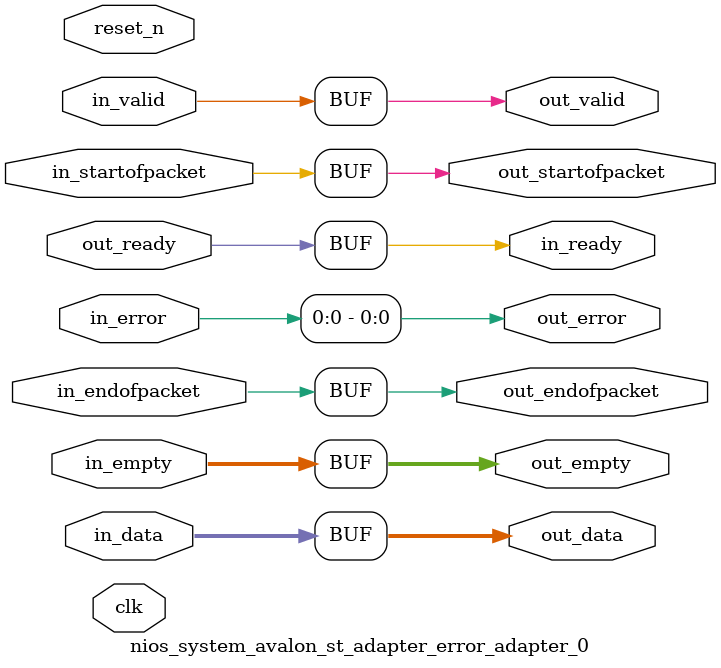
<source format=v>

`timescale 1ns / 100ps
module nios_system_avalon_st_adapter_error_adapter_0 (
    
      // Interface: clk
      input              clk,
      // Interface: reset
      input              reset_n,
      // Interface: in
      output reg         in_ready,
      input              in_valid,
      input      [31: 0] in_data,
      input      [ 5: 0] in_error,
      input              in_startofpacket,
      input              in_endofpacket,
      input      [ 1: 0] in_empty,
      // Interface: out
      input              out_ready,
      output reg         out_valid,
      output reg [31: 0] out_data,
      output reg [ 0: 0] out_error,
      output reg         out_startofpacket,
      output reg         out_endofpacket,
      output reg [ 1: 0] out_empty
);



   // ---------------------------------------------------------------------
   //| Pass-through Mapping
   // ---------------------------------------------------------------------
   always @* begin
      in_ready = out_ready;
      out_valid = in_valid;
      out_data = in_data;
      out_startofpacket = in_startofpacket;
      out_endofpacket = in_endofpacket;
      out_empty = in_empty;

   end

   // ---------------------------------------------------------------------
   //| Error Mapping
   // ---------------------------------------------------------------------
   always @* begin
      out_error = 0;
      
      out_error = in_error;
   end
endmodule
</source>
